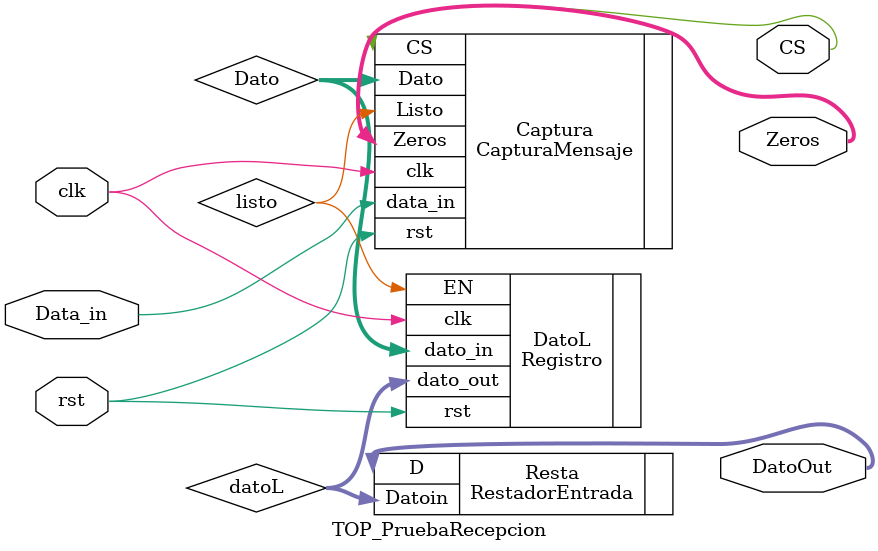
<source format=v>
`timescale 1ns / 1ps
module TOP_PruebaRecepcion(
    input clk,
    input rst,
    input Data_in,
	 output wire [21:0] DatoOut,
	 output wire[3:0]Zeros,
	 output CS
    );
	 
wire [11:0] Dato;
wire listo;
wire [11:0]datoL;	
 
CapturaMensaje Captura(
	 .clk(clk),
	 .rst(rst),
	 .data_in(Data_in),
	 .Listo(listo),
	 .CS(CS),
	 .Zeros(Zeros),
	 .Dato(Dato)
    );

Registro DatoL(
    .dato_in(Dato),
	 .EN(listo),
    .rst(rst),
    .clk(clk),
    .dato_out(datoL)
    );
RestadorEntrada Resta(
    .Datoin(datoL),
    .D(DatoOut)
    );


endmodule

</source>
